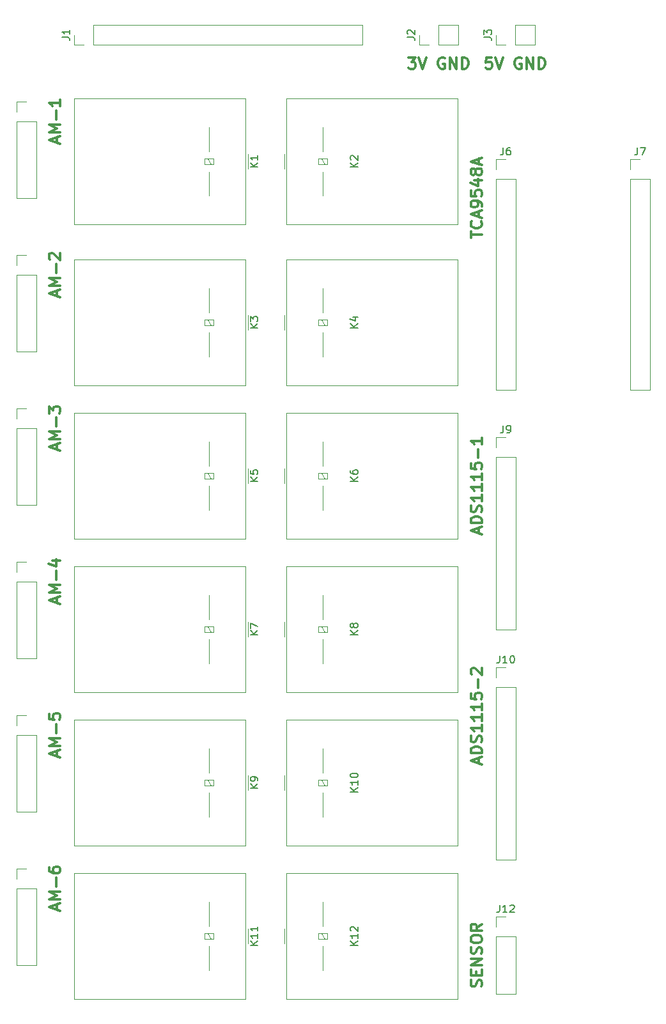
<source format=gbr>
%TF.GenerationSoftware,KiCad,Pcbnew,(6.0.9)*%
%TF.CreationDate,2023-01-05T12:03:17+01:00*%
%TF.ProjectId,BMA,424d412e-6b69-4636-9164-5f7063625858,0.1*%
%TF.SameCoordinates,Original*%
%TF.FileFunction,Legend,Top*%
%TF.FilePolarity,Positive*%
%FSLAX46Y46*%
G04 Gerber Fmt 4.6, Leading zero omitted, Abs format (unit mm)*
G04 Created by KiCad (PCBNEW (6.0.9)) date 2023-01-05 12:03:17*
%MOMM*%
%LPD*%
G01*
G04 APERTURE LIST*
%ADD10C,0.300000*%
%ADD11C,0.150000*%
%ADD12C,0.120000*%
G04 APERTURE END LIST*
D10*
X125980000Y-134591428D02*
X125980000Y-133877142D01*
X126408571Y-134734285D02*
X124908571Y-134234285D01*
X126408571Y-133734285D01*
X126408571Y-133234285D02*
X124908571Y-133234285D01*
X124908571Y-132877142D01*
X124980000Y-132662857D01*
X125122857Y-132520000D01*
X125265714Y-132448571D01*
X125551428Y-132377142D01*
X125765714Y-132377142D01*
X126051428Y-132448571D01*
X126194285Y-132520000D01*
X126337142Y-132662857D01*
X126408571Y-132877142D01*
X126408571Y-133234285D01*
X126337142Y-131805714D02*
X126408571Y-131591428D01*
X126408571Y-131234285D01*
X126337142Y-131091428D01*
X126265714Y-131020000D01*
X126122857Y-130948571D01*
X125980000Y-130948571D01*
X125837142Y-131020000D01*
X125765714Y-131091428D01*
X125694285Y-131234285D01*
X125622857Y-131520000D01*
X125551428Y-131662857D01*
X125480000Y-131734285D01*
X125337142Y-131805714D01*
X125194285Y-131805714D01*
X125051428Y-131734285D01*
X124980000Y-131662857D01*
X124908571Y-131520000D01*
X124908571Y-131162857D01*
X124980000Y-130948571D01*
X126408571Y-129520000D02*
X126408571Y-130377142D01*
X126408571Y-129948571D02*
X124908571Y-129948571D01*
X125122857Y-130091428D01*
X125265714Y-130234285D01*
X125337142Y-130377142D01*
X126408571Y-128091428D02*
X126408571Y-128948571D01*
X126408571Y-128520000D02*
X124908571Y-128520000D01*
X125122857Y-128662857D01*
X125265714Y-128805714D01*
X125337142Y-128948571D01*
X126408571Y-126662857D02*
X126408571Y-127520000D01*
X126408571Y-127091428D02*
X124908571Y-127091428D01*
X125122857Y-127234285D01*
X125265714Y-127377142D01*
X125337142Y-127520000D01*
X124908571Y-125305714D02*
X124908571Y-126020000D01*
X125622857Y-126091428D01*
X125551428Y-126020000D01*
X125480000Y-125877142D01*
X125480000Y-125520000D01*
X125551428Y-125377142D01*
X125622857Y-125305714D01*
X125765714Y-125234285D01*
X126122857Y-125234285D01*
X126265714Y-125305714D01*
X126337142Y-125377142D01*
X126408571Y-125520000D01*
X126408571Y-125877142D01*
X126337142Y-126020000D01*
X126265714Y-126091428D01*
X125837142Y-124591428D02*
X125837142Y-123448571D01*
X126408571Y-121948571D02*
X126408571Y-122805714D01*
X126408571Y-122377142D02*
X124908571Y-122377142D01*
X125122857Y-122520000D01*
X125265714Y-122662857D01*
X125337142Y-122805714D01*
X124908571Y-95491428D02*
X124908571Y-94634285D01*
X126408571Y-95062857D02*
X124908571Y-95062857D01*
X126265714Y-93277142D02*
X126337142Y-93348571D01*
X126408571Y-93562857D01*
X126408571Y-93705714D01*
X126337142Y-93920000D01*
X126194285Y-94062857D01*
X126051428Y-94134285D01*
X125765714Y-94205714D01*
X125551428Y-94205714D01*
X125265714Y-94134285D01*
X125122857Y-94062857D01*
X124980000Y-93920000D01*
X124908571Y-93705714D01*
X124908571Y-93562857D01*
X124980000Y-93348571D01*
X125051428Y-93277142D01*
X125980000Y-92705714D02*
X125980000Y-91991428D01*
X126408571Y-92848571D02*
X124908571Y-92348571D01*
X126408571Y-91848571D01*
X126408571Y-91277142D02*
X126408571Y-90991428D01*
X126337142Y-90848571D01*
X126265714Y-90777142D01*
X126051428Y-90634285D01*
X125765714Y-90562857D01*
X125194285Y-90562857D01*
X125051428Y-90634285D01*
X124980000Y-90705714D01*
X124908571Y-90848571D01*
X124908571Y-91134285D01*
X124980000Y-91277142D01*
X125051428Y-91348571D01*
X125194285Y-91420000D01*
X125551428Y-91420000D01*
X125694285Y-91348571D01*
X125765714Y-91277142D01*
X125837142Y-91134285D01*
X125837142Y-90848571D01*
X125765714Y-90705714D01*
X125694285Y-90634285D01*
X125551428Y-90562857D01*
X124908571Y-89205714D02*
X124908571Y-89920000D01*
X125622857Y-89991428D01*
X125551428Y-89920000D01*
X125480000Y-89777142D01*
X125480000Y-89420000D01*
X125551428Y-89277142D01*
X125622857Y-89205714D01*
X125765714Y-89134285D01*
X126122857Y-89134285D01*
X126265714Y-89205714D01*
X126337142Y-89277142D01*
X126408571Y-89420000D01*
X126408571Y-89777142D01*
X126337142Y-89920000D01*
X126265714Y-89991428D01*
X125408571Y-87848571D02*
X126408571Y-87848571D01*
X124837142Y-88205714D02*
X125908571Y-88562857D01*
X125908571Y-87634285D01*
X125551428Y-86848571D02*
X125480000Y-86991428D01*
X125408571Y-87062857D01*
X125265714Y-87134285D01*
X125194285Y-87134285D01*
X125051428Y-87062857D01*
X124980000Y-86991428D01*
X124908571Y-86848571D01*
X124908571Y-86562857D01*
X124980000Y-86420000D01*
X125051428Y-86348571D01*
X125194285Y-86277142D01*
X125265714Y-86277142D01*
X125408571Y-86348571D01*
X125480000Y-86420000D01*
X125551428Y-86562857D01*
X125551428Y-86848571D01*
X125622857Y-86991428D01*
X125694285Y-87062857D01*
X125837142Y-87134285D01*
X126122857Y-87134285D01*
X126265714Y-87062857D01*
X126337142Y-86991428D01*
X126408571Y-86848571D01*
X126408571Y-86562857D01*
X126337142Y-86420000D01*
X126265714Y-86348571D01*
X126122857Y-86277142D01*
X125837142Y-86277142D01*
X125694285Y-86348571D01*
X125622857Y-86420000D01*
X125551428Y-86562857D01*
X125980000Y-85705714D02*
X125980000Y-84991428D01*
X126408571Y-85848571D02*
X124908571Y-85348571D01*
X126408571Y-84848571D01*
X127667142Y-71568571D02*
X126952857Y-71568571D01*
X126881428Y-72282857D01*
X126952857Y-72211428D01*
X127095714Y-72140000D01*
X127452857Y-72140000D01*
X127595714Y-72211428D01*
X127667142Y-72282857D01*
X127738571Y-72425714D01*
X127738571Y-72782857D01*
X127667142Y-72925714D01*
X127595714Y-72997142D01*
X127452857Y-73068571D01*
X127095714Y-73068571D01*
X126952857Y-72997142D01*
X126881428Y-72925714D01*
X128167142Y-71568571D02*
X128667142Y-73068571D01*
X129167142Y-71568571D01*
X131595714Y-71640000D02*
X131452857Y-71568571D01*
X131238571Y-71568571D01*
X131024285Y-71640000D01*
X130881428Y-71782857D01*
X130810000Y-71925714D01*
X130738571Y-72211428D01*
X130738571Y-72425714D01*
X130810000Y-72711428D01*
X130881428Y-72854285D01*
X131024285Y-72997142D01*
X131238571Y-73068571D01*
X131381428Y-73068571D01*
X131595714Y-72997142D01*
X131667142Y-72925714D01*
X131667142Y-72425714D01*
X131381428Y-72425714D01*
X132310000Y-73068571D02*
X132310000Y-71568571D01*
X133167142Y-73068571D01*
X133167142Y-71568571D01*
X133881428Y-73068571D02*
X133881428Y-71568571D01*
X134238571Y-71568571D01*
X134452857Y-71640000D01*
X134595714Y-71782857D01*
X134667142Y-71925714D01*
X134738571Y-72211428D01*
X134738571Y-72425714D01*
X134667142Y-72711428D01*
X134595714Y-72854285D01*
X134452857Y-72997142D01*
X134238571Y-73068571D01*
X133881428Y-73068571D01*
X70100000Y-103187142D02*
X70100000Y-102472857D01*
X70528571Y-103330000D02*
X69028571Y-102830000D01*
X70528571Y-102330000D01*
X70528571Y-101830000D02*
X69028571Y-101830000D01*
X70100000Y-101330000D01*
X69028571Y-100830000D01*
X70528571Y-100830000D01*
X69957142Y-100115714D02*
X69957142Y-98972857D01*
X69171428Y-98330000D02*
X69100000Y-98258571D01*
X69028571Y-98115714D01*
X69028571Y-97758571D01*
X69100000Y-97615714D01*
X69171428Y-97544285D01*
X69314285Y-97472857D01*
X69457142Y-97472857D01*
X69671428Y-97544285D01*
X70528571Y-98401428D01*
X70528571Y-97472857D01*
X70100000Y-184467142D02*
X70100000Y-183752857D01*
X70528571Y-184610000D02*
X69028571Y-184110000D01*
X70528571Y-183610000D01*
X70528571Y-183110000D02*
X69028571Y-183110000D01*
X70100000Y-182610000D01*
X69028571Y-182110000D01*
X70528571Y-182110000D01*
X69957142Y-181395714D02*
X69957142Y-180252857D01*
X69028571Y-178895714D02*
X69028571Y-179181428D01*
X69100000Y-179324285D01*
X69171428Y-179395714D01*
X69385714Y-179538571D01*
X69671428Y-179610000D01*
X70242857Y-179610000D01*
X70385714Y-179538571D01*
X70457142Y-179467142D01*
X70528571Y-179324285D01*
X70528571Y-179038571D01*
X70457142Y-178895714D01*
X70385714Y-178824285D01*
X70242857Y-178752857D01*
X69885714Y-178752857D01*
X69742857Y-178824285D01*
X69671428Y-178895714D01*
X69600000Y-179038571D01*
X69600000Y-179324285D01*
X69671428Y-179467142D01*
X69742857Y-179538571D01*
X69885714Y-179610000D01*
X70100000Y-143827142D02*
X70100000Y-143112857D01*
X70528571Y-143970000D02*
X69028571Y-143470000D01*
X70528571Y-142970000D01*
X70528571Y-142470000D02*
X69028571Y-142470000D01*
X70100000Y-141970000D01*
X69028571Y-141470000D01*
X70528571Y-141470000D01*
X69957142Y-140755714D02*
X69957142Y-139612857D01*
X69528571Y-138255714D02*
X70528571Y-138255714D01*
X68957142Y-138612857D02*
X70028571Y-138970000D01*
X70028571Y-138041428D01*
X125980000Y-165071428D02*
X125980000Y-164357142D01*
X126408571Y-165214285D02*
X124908571Y-164714285D01*
X126408571Y-164214285D01*
X126408571Y-163714285D02*
X124908571Y-163714285D01*
X124908571Y-163357142D01*
X124980000Y-163142857D01*
X125122857Y-163000000D01*
X125265714Y-162928571D01*
X125551428Y-162857142D01*
X125765714Y-162857142D01*
X126051428Y-162928571D01*
X126194285Y-163000000D01*
X126337142Y-163142857D01*
X126408571Y-163357142D01*
X126408571Y-163714285D01*
X126337142Y-162285714D02*
X126408571Y-162071428D01*
X126408571Y-161714285D01*
X126337142Y-161571428D01*
X126265714Y-161500000D01*
X126122857Y-161428571D01*
X125980000Y-161428571D01*
X125837142Y-161500000D01*
X125765714Y-161571428D01*
X125694285Y-161714285D01*
X125622857Y-162000000D01*
X125551428Y-162142857D01*
X125480000Y-162214285D01*
X125337142Y-162285714D01*
X125194285Y-162285714D01*
X125051428Y-162214285D01*
X124980000Y-162142857D01*
X124908571Y-162000000D01*
X124908571Y-161642857D01*
X124980000Y-161428571D01*
X126408571Y-160000000D02*
X126408571Y-160857142D01*
X126408571Y-160428571D02*
X124908571Y-160428571D01*
X125122857Y-160571428D01*
X125265714Y-160714285D01*
X125337142Y-160857142D01*
X126408571Y-158571428D02*
X126408571Y-159428571D01*
X126408571Y-159000000D02*
X124908571Y-159000000D01*
X125122857Y-159142857D01*
X125265714Y-159285714D01*
X125337142Y-159428571D01*
X126408571Y-157142857D02*
X126408571Y-158000000D01*
X126408571Y-157571428D02*
X124908571Y-157571428D01*
X125122857Y-157714285D01*
X125265714Y-157857142D01*
X125337142Y-158000000D01*
X124908571Y-155785714D02*
X124908571Y-156500000D01*
X125622857Y-156571428D01*
X125551428Y-156500000D01*
X125480000Y-156357142D01*
X125480000Y-156000000D01*
X125551428Y-155857142D01*
X125622857Y-155785714D01*
X125765714Y-155714285D01*
X126122857Y-155714285D01*
X126265714Y-155785714D01*
X126337142Y-155857142D01*
X126408571Y-156000000D01*
X126408571Y-156357142D01*
X126337142Y-156500000D01*
X126265714Y-156571428D01*
X125837142Y-155071428D02*
X125837142Y-153928571D01*
X125051428Y-153285714D02*
X124980000Y-153214285D01*
X124908571Y-153071428D01*
X124908571Y-152714285D01*
X124980000Y-152571428D01*
X125051428Y-152500000D01*
X125194285Y-152428571D01*
X125337142Y-152428571D01*
X125551428Y-152500000D01*
X126408571Y-153357142D01*
X126408571Y-152428571D01*
X70100000Y-123507142D02*
X70100000Y-122792857D01*
X70528571Y-123650000D02*
X69028571Y-123150000D01*
X70528571Y-122650000D01*
X70528571Y-122150000D02*
X69028571Y-122150000D01*
X70100000Y-121650000D01*
X69028571Y-121150000D01*
X70528571Y-121150000D01*
X69957142Y-120435714D02*
X69957142Y-119292857D01*
X69028571Y-118721428D02*
X69028571Y-117792857D01*
X69600000Y-118292857D01*
X69600000Y-118078571D01*
X69671428Y-117935714D01*
X69742857Y-117864285D01*
X69885714Y-117792857D01*
X70242857Y-117792857D01*
X70385714Y-117864285D01*
X70457142Y-117935714D01*
X70528571Y-118078571D01*
X70528571Y-118507142D01*
X70457142Y-118650000D01*
X70385714Y-118721428D01*
X70100000Y-82867142D02*
X70100000Y-82152857D01*
X70528571Y-83010000D02*
X69028571Y-82510000D01*
X70528571Y-82010000D01*
X70528571Y-81510000D02*
X69028571Y-81510000D01*
X70100000Y-81010000D01*
X69028571Y-80510000D01*
X70528571Y-80510000D01*
X69957142Y-79795714D02*
X69957142Y-78652857D01*
X70528571Y-77152857D02*
X70528571Y-78010000D01*
X70528571Y-77581428D02*
X69028571Y-77581428D01*
X69242857Y-77724285D01*
X69385714Y-77867142D01*
X69457142Y-78010000D01*
X70100000Y-164147142D02*
X70100000Y-163432857D01*
X70528571Y-164290000D02*
X69028571Y-163790000D01*
X70528571Y-163290000D01*
X70528571Y-162790000D02*
X69028571Y-162790000D01*
X70100000Y-162290000D01*
X69028571Y-161790000D01*
X70528571Y-161790000D01*
X69957142Y-161075714D02*
X69957142Y-159932857D01*
X69028571Y-158504285D02*
X69028571Y-159218571D01*
X69742857Y-159290000D01*
X69671428Y-159218571D01*
X69600000Y-159075714D01*
X69600000Y-158718571D01*
X69671428Y-158575714D01*
X69742857Y-158504285D01*
X69885714Y-158432857D01*
X70242857Y-158432857D01*
X70385714Y-158504285D01*
X70457142Y-158575714D01*
X70528571Y-158718571D01*
X70528571Y-159075714D01*
X70457142Y-159218571D01*
X70385714Y-159290000D01*
X126337142Y-194642857D02*
X126408571Y-194428571D01*
X126408571Y-194071428D01*
X126337142Y-193928571D01*
X126265714Y-193857142D01*
X126122857Y-193785714D01*
X125980000Y-193785714D01*
X125837142Y-193857142D01*
X125765714Y-193928571D01*
X125694285Y-194071428D01*
X125622857Y-194357142D01*
X125551428Y-194500000D01*
X125480000Y-194571428D01*
X125337142Y-194642857D01*
X125194285Y-194642857D01*
X125051428Y-194571428D01*
X124980000Y-194500000D01*
X124908571Y-194357142D01*
X124908571Y-194000000D01*
X124980000Y-193785714D01*
X125622857Y-193142857D02*
X125622857Y-192642857D01*
X126408571Y-192428571D02*
X126408571Y-193142857D01*
X124908571Y-193142857D01*
X124908571Y-192428571D01*
X126408571Y-191785714D02*
X124908571Y-191785714D01*
X126408571Y-190928571D01*
X124908571Y-190928571D01*
X126337142Y-190285714D02*
X126408571Y-190071428D01*
X126408571Y-189714285D01*
X126337142Y-189571428D01*
X126265714Y-189500000D01*
X126122857Y-189428571D01*
X125980000Y-189428571D01*
X125837142Y-189500000D01*
X125765714Y-189571428D01*
X125694285Y-189714285D01*
X125622857Y-190000000D01*
X125551428Y-190142857D01*
X125480000Y-190214285D01*
X125337142Y-190285714D01*
X125194285Y-190285714D01*
X125051428Y-190214285D01*
X124980000Y-190142857D01*
X124908571Y-190000000D01*
X124908571Y-189642857D01*
X124980000Y-189428571D01*
X124908571Y-188500000D02*
X124908571Y-188214285D01*
X124980000Y-188071428D01*
X125122857Y-187928571D01*
X125408571Y-187857142D01*
X125908571Y-187857142D01*
X126194285Y-187928571D01*
X126337142Y-188071428D01*
X126408571Y-188214285D01*
X126408571Y-188500000D01*
X126337142Y-188642857D01*
X126194285Y-188785714D01*
X125908571Y-188857142D01*
X125408571Y-188857142D01*
X125122857Y-188785714D01*
X124980000Y-188642857D01*
X124908571Y-188500000D01*
X126408571Y-186357142D02*
X125694285Y-186857142D01*
X126408571Y-187214285D02*
X124908571Y-187214285D01*
X124908571Y-186642857D01*
X124980000Y-186500000D01*
X125051428Y-186428571D01*
X125194285Y-186357142D01*
X125408571Y-186357142D01*
X125551428Y-186428571D01*
X125622857Y-186500000D01*
X125694285Y-186642857D01*
X125694285Y-187214285D01*
X116650000Y-71568571D02*
X117578571Y-71568571D01*
X117078571Y-72140000D01*
X117292857Y-72140000D01*
X117435714Y-72211428D01*
X117507142Y-72282857D01*
X117578571Y-72425714D01*
X117578571Y-72782857D01*
X117507142Y-72925714D01*
X117435714Y-72997142D01*
X117292857Y-73068571D01*
X116864285Y-73068571D01*
X116721428Y-72997142D01*
X116650000Y-72925714D01*
X118007142Y-71568571D02*
X118507142Y-73068571D01*
X119007142Y-71568571D01*
X121435714Y-71640000D02*
X121292857Y-71568571D01*
X121078571Y-71568571D01*
X120864285Y-71640000D01*
X120721428Y-71782857D01*
X120650000Y-71925714D01*
X120578571Y-72211428D01*
X120578571Y-72425714D01*
X120650000Y-72711428D01*
X120721428Y-72854285D01*
X120864285Y-72997142D01*
X121078571Y-73068571D01*
X121221428Y-73068571D01*
X121435714Y-72997142D01*
X121507142Y-72925714D01*
X121507142Y-72425714D01*
X121221428Y-72425714D01*
X122150000Y-73068571D02*
X122150000Y-71568571D01*
X123007142Y-73068571D01*
X123007142Y-71568571D01*
X123721428Y-73068571D02*
X123721428Y-71568571D01*
X124078571Y-71568571D01*
X124292857Y-71640000D01*
X124435714Y-71782857D01*
X124507142Y-71925714D01*
X124578571Y-72211428D01*
X124578571Y-72425714D01*
X124507142Y-72711428D01*
X124435714Y-72854285D01*
X124292857Y-72997142D01*
X124078571Y-73068571D01*
X123721428Y-73068571D01*
D11*
%TO.C,J7*%
X146986666Y-83482380D02*
X146986666Y-84196666D01*
X146939047Y-84339523D01*
X146843809Y-84434761D01*
X146700952Y-84482380D01*
X146605714Y-84482380D01*
X147367619Y-83482380D02*
X148034285Y-83482380D01*
X147605714Y-84482380D01*
%TO.C,K4*%
X109944880Y-107418095D02*
X108944880Y-107418095D01*
X109944880Y-106846666D02*
X109373452Y-107275238D01*
X108944880Y-106846666D02*
X109516309Y-107418095D01*
X109278214Y-105989523D02*
X109944880Y-105989523D01*
X108897261Y-106227619D02*
X109611547Y-106465714D01*
X109611547Y-105846666D01*
%TO.C,J2*%
X116502380Y-68913333D02*
X117216666Y-68913333D01*
X117359523Y-68960952D01*
X117454761Y-69056190D01*
X117502380Y-69199047D01*
X117502380Y-69294285D01*
X116597619Y-68484761D02*
X116550000Y-68437142D01*
X116502380Y-68341904D01*
X116502380Y-68103809D01*
X116550000Y-68008571D01*
X116597619Y-67960952D01*
X116692857Y-67913333D01*
X116788095Y-67913333D01*
X116930952Y-67960952D01*
X117502380Y-68532380D01*
X117502380Y-67913333D01*
%TO.C,K11*%
X96699880Y-189174285D02*
X95699880Y-189174285D01*
X96699880Y-188602857D02*
X96128452Y-189031428D01*
X95699880Y-188602857D02*
X96271309Y-189174285D01*
X96699880Y-187650476D02*
X96699880Y-188221904D01*
X96699880Y-187936190D02*
X95699880Y-187936190D01*
X95842738Y-188031428D01*
X95937976Y-188126666D01*
X95985595Y-188221904D01*
X96699880Y-186698095D02*
X96699880Y-187269523D01*
X96699880Y-186983809D02*
X95699880Y-186983809D01*
X95842738Y-187079047D01*
X95937976Y-187174285D01*
X95985595Y-187269523D01*
%TO.C,K12*%
X109944880Y-189174285D02*
X108944880Y-189174285D01*
X109944880Y-188602857D02*
X109373452Y-189031428D01*
X108944880Y-188602857D02*
X109516309Y-189174285D01*
X109944880Y-187650476D02*
X109944880Y-188221904D01*
X109944880Y-187936190D02*
X108944880Y-187936190D01*
X109087738Y-188031428D01*
X109182976Y-188126666D01*
X109230595Y-188221904D01*
X109040119Y-187269523D02*
X108992500Y-187221904D01*
X108944880Y-187126666D01*
X108944880Y-186888571D01*
X108992500Y-186793333D01*
X109040119Y-186745714D01*
X109135357Y-186698095D01*
X109230595Y-186698095D01*
X109373452Y-186745714D01*
X109944880Y-187317142D01*
X109944880Y-186698095D01*
%TO.C,J6*%
X129206666Y-83482380D02*
X129206666Y-84196666D01*
X129159047Y-84339523D01*
X129063809Y-84434761D01*
X128920952Y-84482380D01*
X128825714Y-84482380D01*
X130111428Y-83482380D02*
X129920952Y-83482380D01*
X129825714Y-83530000D01*
X129778095Y-83577619D01*
X129682857Y-83720476D01*
X129635238Y-83910952D01*
X129635238Y-84291904D01*
X129682857Y-84387142D01*
X129730476Y-84434761D01*
X129825714Y-84482380D01*
X130016190Y-84482380D01*
X130111428Y-84434761D01*
X130159047Y-84387142D01*
X130206666Y-84291904D01*
X130206666Y-84053809D01*
X130159047Y-83958571D01*
X130111428Y-83910952D01*
X130016190Y-83863333D01*
X129825714Y-83863333D01*
X129730476Y-83910952D01*
X129682857Y-83958571D01*
X129635238Y-84053809D01*
%TO.C,K1*%
X96699880Y-86090595D02*
X95699880Y-86090595D01*
X96699880Y-85519166D02*
X96128452Y-85947738D01*
X95699880Y-85519166D02*
X96271309Y-86090595D01*
X96699880Y-84566785D02*
X96699880Y-85138214D01*
X96699880Y-84852500D02*
X95699880Y-84852500D01*
X95842738Y-84947738D01*
X95937976Y-85042976D01*
X95985595Y-85138214D01*
%TO.C,K3*%
X96699880Y-107418095D02*
X95699880Y-107418095D01*
X96699880Y-106846666D02*
X96128452Y-107275238D01*
X95699880Y-106846666D02*
X96271309Y-107418095D01*
X95699880Y-106513333D02*
X95699880Y-105894285D01*
X96080833Y-106227619D01*
X96080833Y-106084761D01*
X96128452Y-105989523D01*
X96176071Y-105941904D01*
X96271309Y-105894285D01*
X96509404Y-105894285D01*
X96604642Y-105941904D01*
X96652261Y-105989523D01*
X96699880Y-106084761D01*
X96699880Y-106370476D01*
X96652261Y-106465714D01*
X96604642Y-106513333D01*
%TO.C,K9*%
X96699880Y-168378095D02*
X95699880Y-168378095D01*
X96699880Y-167806666D02*
X96128452Y-168235238D01*
X95699880Y-167806666D02*
X96271309Y-168378095D01*
X96699880Y-167330476D02*
X96699880Y-167140000D01*
X96652261Y-167044761D01*
X96604642Y-166997142D01*
X96461785Y-166901904D01*
X96271309Y-166854285D01*
X95890357Y-166854285D01*
X95795119Y-166901904D01*
X95747500Y-166949523D01*
X95699880Y-167044761D01*
X95699880Y-167235238D01*
X95747500Y-167330476D01*
X95795119Y-167378095D01*
X95890357Y-167425714D01*
X96128452Y-167425714D01*
X96223690Y-167378095D01*
X96271309Y-167330476D01*
X96318928Y-167235238D01*
X96318928Y-167044761D01*
X96271309Y-166949523D01*
X96223690Y-166901904D01*
X96128452Y-166854285D01*
%TO.C,J12*%
X128730476Y-183822380D02*
X128730476Y-184536666D01*
X128682857Y-184679523D01*
X128587619Y-184774761D01*
X128444761Y-184822380D01*
X128349523Y-184822380D01*
X129730476Y-184822380D02*
X129159047Y-184822380D01*
X129444761Y-184822380D02*
X129444761Y-183822380D01*
X129349523Y-183965238D01*
X129254285Y-184060476D01*
X129159047Y-184108095D01*
X130111428Y-183917619D02*
X130159047Y-183870000D01*
X130254285Y-183822380D01*
X130492380Y-183822380D01*
X130587619Y-183870000D01*
X130635238Y-183917619D01*
X130682857Y-184012857D01*
X130682857Y-184108095D01*
X130635238Y-184250952D01*
X130063809Y-184822380D01*
X130682857Y-184822380D01*
%TO.C,K6*%
X109944880Y-127738095D02*
X108944880Y-127738095D01*
X109944880Y-127166666D02*
X109373452Y-127595238D01*
X108944880Y-127166666D02*
X109516309Y-127738095D01*
X108944880Y-126309523D02*
X108944880Y-126500000D01*
X108992500Y-126595238D01*
X109040119Y-126642857D01*
X109182976Y-126738095D01*
X109373452Y-126785714D01*
X109754404Y-126785714D01*
X109849642Y-126738095D01*
X109897261Y-126690476D01*
X109944880Y-126595238D01*
X109944880Y-126404761D01*
X109897261Y-126309523D01*
X109849642Y-126261904D01*
X109754404Y-126214285D01*
X109516309Y-126214285D01*
X109421071Y-126261904D01*
X109373452Y-126309523D01*
X109325833Y-126404761D01*
X109325833Y-126595238D01*
X109373452Y-126690476D01*
X109421071Y-126738095D01*
X109516309Y-126785714D01*
%TO.C,J9*%
X129206666Y-120317380D02*
X129206666Y-121031666D01*
X129159047Y-121174523D01*
X129063809Y-121269761D01*
X128920952Y-121317380D01*
X128825714Y-121317380D01*
X129730476Y-121317380D02*
X129920952Y-121317380D01*
X130016190Y-121269761D01*
X130063809Y-121222142D01*
X130159047Y-121079285D01*
X130206666Y-120888809D01*
X130206666Y-120507857D01*
X130159047Y-120412619D01*
X130111428Y-120365000D01*
X130016190Y-120317380D01*
X129825714Y-120317380D01*
X129730476Y-120365000D01*
X129682857Y-120412619D01*
X129635238Y-120507857D01*
X129635238Y-120745952D01*
X129682857Y-120841190D01*
X129730476Y-120888809D01*
X129825714Y-120936428D01*
X130016190Y-120936428D01*
X130111428Y-120888809D01*
X130159047Y-120841190D01*
X130206666Y-120745952D01*
%TO.C,K7*%
X96699880Y-148058095D02*
X95699880Y-148058095D01*
X96699880Y-147486666D02*
X96128452Y-147915238D01*
X95699880Y-147486666D02*
X96271309Y-148058095D01*
X95699880Y-147153333D02*
X95699880Y-146486666D01*
X96699880Y-146915238D01*
%TO.C,J1*%
X70782380Y-68913333D02*
X71496666Y-68913333D01*
X71639523Y-68960952D01*
X71734761Y-69056190D01*
X71782380Y-69199047D01*
X71782380Y-69294285D01*
X71782380Y-67913333D02*
X71782380Y-68484761D01*
X71782380Y-68199047D02*
X70782380Y-68199047D01*
X70925238Y-68294285D01*
X71020476Y-68389523D01*
X71068095Y-68484761D01*
%TO.C,K10*%
X109944880Y-168854285D02*
X108944880Y-168854285D01*
X109944880Y-168282857D02*
X109373452Y-168711428D01*
X108944880Y-168282857D02*
X109516309Y-168854285D01*
X109944880Y-167330476D02*
X109944880Y-167901904D01*
X109944880Y-167616190D02*
X108944880Y-167616190D01*
X109087738Y-167711428D01*
X109182976Y-167806666D01*
X109230595Y-167901904D01*
X108944880Y-166711428D02*
X108944880Y-166616190D01*
X108992500Y-166520952D01*
X109040119Y-166473333D01*
X109135357Y-166425714D01*
X109325833Y-166378095D01*
X109563928Y-166378095D01*
X109754404Y-166425714D01*
X109849642Y-166473333D01*
X109897261Y-166520952D01*
X109944880Y-166616190D01*
X109944880Y-166711428D01*
X109897261Y-166806666D01*
X109849642Y-166854285D01*
X109754404Y-166901904D01*
X109563928Y-166949523D01*
X109325833Y-166949523D01*
X109135357Y-166901904D01*
X109040119Y-166854285D01*
X108992500Y-166806666D01*
X108944880Y-166711428D01*
%TO.C,J3*%
X126662380Y-68913333D02*
X127376666Y-68913333D01*
X127519523Y-68960952D01*
X127614761Y-69056190D01*
X127662380Y-69199047D01*
X127662380Y-69294285D01*
X126662380Y-68532380D02*
X126662380Y-67913333D01*
X127043333Y-68246666D01*
X127043333Y-68103809D01*
X127090952Y-68008571D01*
X127138571Y-67960952D01*
X127233809Y-67913333D01*
X127471904Y-67913333D01*
X127567142Y-67960952D01*
X127614761Y-68008571D01*
X127662380Y-68103809D01*
X127662380Y-68389523D01*
X127614761Y-68484761D01*
X127567142Y-68532380D01*
%TO.C,J10*%
X128730476Y-150797380D02*
X128730476Y-151511666D01*
X128682857Y-151654523D01*
X128587619Y-151749761D01*
X128444761Y-151797380D01*
X128349523Y-151797380D01*
X129730476Y-151797380D02*
X129159047Y-151797380D01*
X129444761Y-151797380D02*
X129444761Y-150797380D01*
X129349523Y-150940238D01*
X129254285Y-151035476D01*
X129159047Y-151083095D01*
X130349523Y-150797380D02*
X130444761Y-150797380D01*
X130540000Y-150845000D01*
X130587619Y-150892619D01*
X130635238Y-150987857D01*
X130682857Y-151178333D01*
X130682857Y-151416428D01*
X130635238Y-151606904D01*
X130587619Y-151702142D01*
X130540000Y-151749761D01*
X130444761Y-151797380D01*
X130349523Y-151797380D01*
X130254285Y-151749761D01*
X130206666Y-151702142D01*
X130159047Y-151606904D01*
X130111428Y-151416428D01*
X130111428Y-151178333D01*
X130159047Y-150987857D01*
X130206666Y-150892619D01*
X130254285Y-150845000D01*
X130349523Y-150797380D01*
%TO.C,K5*%
X96699880Y-127738095D02*
X95699880Y-127738095D01*
X96699880Y-127166666D02*
X96128452Y-127595238D01*
X95699880Y-127166666D02*
X96271309Y-127738095D01*
X95699880Y-126261904D02*
X95699880Y-126738095D01*
X96176071Y-126785714D01*
X96128452Y-126738095D01*
X96080833Y-126642857D01*
X96080833Y-126404761D01*
X96128452Y-126309523D01*
X96176071Y-126261904D01*
X96271309Y-126214285D01*
X96509404Y-126214285D01*
X96604642Y-126261904D01*
X96652261Y-126309523D01*
X96699880Y-126404761D01*
X96699880Y-126642857D01*
X96652261Y-126738095D01*
X96604642Y-126785714D01*
%TO.C,K2*%
X109944880Y-86090595D02*
X108944880Y-86090595D01*
X109944880Y-85519166D02*
X109373452Y-85947738D01*
X108944880Y-85519166D02*
X109516309Y-86090595D01*
X109040119Y-85138214D02*
X108992500Y-85090595D01*
X108944880Y-84995357D01*
X108944880Y-84757261D01*
X108992500Y-84662023D01*
X109040119Y-84614404D01*
X109135357Y-84566785D01*
X109230595Y-84566785D01*
X109373452Y-84614404D01*
X109944880Y-85185833D01*
X109944880Y-84566785D01*
%TO.C,K8*%
X109944880Y-148058095D02*
X108944880Y-148058095D01*
X109944880Y-147486666D02*
X109373452Y-147915238D01*
X108944880Y-147486666D02*
X109516309Y-148058095D01*
X109373452Y-146915238D02*
X109325833Y-147010476D01*
X109278214Y-147058095D01*
X109182976Y-147105714D01*
X109135357Y-147105714D01*
X109040119Y-147058095D01*
X108992500Y-147010476D01*
X108944880Y-146915238D01*
X108944880Y-146724761D01*
X108992500Y-146629523D01*
X109040119Y-146581904D01*
X109135357Y-146534285D01*
X109182976Y-146534285D01*
X109278214Y-146581904D01*
X109325833Y-146629523D01*
X109373452Y-146724761D01*
X109373452Y-146915238D01*
X109421071Y-147010476D01*
X109468690Y-147058095D01*
X109563928Y-147105714D01*
X109754404Y-147105714D01*
X109849642Y-147058095D01*
X109897261Y-147010476D01*
X109944880Y-146915238D01*
X109944880Y-146724761D01*
X109897261Y-146629523D01*
X109849642Y-146581904D01*
X109754404Y-146534285D01*
X109563928Y-146534285D01*
X109468690Y-146581904D01*
X109421071Y-146629523D01*
X109373452Y-146724761D01*
D12*
%TO.C,J7*%
X145990000Y-87630000D02*
X145990000Y-115630000D01*
X145990000Y-85030000D02*
X147320000Y-85030000D01*
X145990000Y-86360000D02*
X145990000Y-85030000D01*
X148650000Y-87630000D02*
X148650000Y-115630000D01*
X145990000Y-87630000D02*
X148650000Y-87630000D01*
X145990000Y-115630000D02*
X148650000Y-115630000D01*
%TO.C,J5*%
X64710000Y-100330000D02*
X64710000Y-110550000D01*
X64710000Y-110550000D02*
X67370000Y-110550000D01*
X64710000Y-100330000D02*
X67370000Y-100330000D01*
X67370000Y-100330000D02*
X67370000Y-110550000D01*
X64710000Y-97730000D02*
X66040000Y-97730000D01*
X64710000Y-99060000D02*
X64710000Y-97730000D01*
%TO.C,K4*%
X105532500Y-107030000D02*
X105132500Y-106330000D01*
X100222500Y-107680000D02*
X100222500Y-105680000D01*
X104732500Y-107030000D02*
X105932500Y-107030000D01*
X123182500Y-98330000D02*
X100482500Y-98330000D01*
X105932500Y-107030000D02*
X105932500Y-106330000D01*
X105332500Y-105330000D02*
X105332500Y-102180000D01*
X105932500Y-106330000D02*
X104732500Y-106330000D01*
X100482500Y-98330000D02*
X100482500Y-115030000D01*
X104732500Y-106330000D02*
X104732500Y-107030000D01*
X100482500Y-115030000D02*
X123182500Y-115030000D01*
X123182500Y-115030000D02*
X123182500Y-98330000D01*
X105332500Y-111180000D02*
X105332500Y-108030000D01*
%TO.C,J2*%
X123250000Y-69910000D02*
X123250000Y-67250000D01*
X119380000Y-69910000D02*
X118050000Y-69910000D01*
X120650000Y-67250000D02*
X123250000Y-67250000D01*
X118050000Y-69910000D02*
X118050000Y-68580000D01*
X120650000Y-69910000D02*
X120650000Y-67250000D01*
X120650000Y-69910000D02*
X123250000Y-69910000D01*
%TO.C,J11*%
X64710000Y-140970000D02*
X67370000Y-140970000D01*
X64710000Y-140970000D02*
X64710000Y-151190000D01*
X64710000Y-151190000D02*
X67370000Y-151190000D01*
X64710000Y-139700000D02*
X64710000Y-138370000D01*
X67370000Y-140970000D02*
X67370000Y-151190000D01*
X64710000Y-138370000D02*
X66040000Y-138370000D01*
%TO.C,K11*%
X90847500Y-188310000D02*
X90847500Y-187610000D01*
X90847500Y-187610000D02*
X89647500Y-187610000D01*
X72397500Y-196310000D02*
X95097500Y-196310000D01*
X89647500Y-188310000D02*
X90847500Y-188310000D01*
X95357500Y-186960000D02*
X95357500Y-188960000D01*
X72397500Y-179610000D02*
X72397500Y-196310000D01*
X95097500Y-179610000D02*
X72397500Y-179610000D01*
X90247500Y-189310000D02*
X90247500Y-192460000D01*
X89647500Y-187610000D02*
X89647500Y-188310000D01*
X95097500Y-196310000D02*
X95097500Y-179610000D01*
X90047500Y-187610000D02*
X90447500Y-188310000D01*
X90247500Y-183460000D02*
X90247500Y-186610000D01*
%TO.C,J4*%
X67370000Y-80010000D02*
X67370000Y-90230000D01*
X64710000Y-80010000D02*
X67370000Y-80010000D01*
X64710000Y-80010000D02*
X64710000Y-90230000D01*
X64710000Y-77410000D02*
X66040000Y-77410000D01*
X64710000Y-90230000D02*
X67370000Y-90230000D01*
X64710000Y-78740000D02*
X64710000Y-77410000D01*
%TO.C,K12*%
X100482500Y-179610000D02*
X100482500Y-196310000D01*
X123182500Y-196310000D02*
X123182500Y-179610000D01*
X105332500Y-192460000D02*
X105332500Y-189310000D01*
X104732500Y-188310000D02*
X105932500Y-188310000D01*
X100482500Y-196310000D02*
X123182500Y-196310000D01*
X100222500Y-188960000D02*
X100222500Y-186960000D01*
X105532500Y-188310000D02*
X105132500Y-187610000D01*
X105932500Y-187610000D02*
X104732500Y-187610000D01*
X105332500Y-186610000D02*
X105332500Y-183460000D01*
X105932500Y-188310000D02*
X105932500Y-187610000D01*
X104732500Y-187610000D02*
X104732500Y-188310000D01*
X123182500Y-179610000D02*
X100482500Y-179610000D01*
%TO.C,J8*%
X67370000Y-120650000D02*
X67370000Y-130870000D01*
X64710000Y-130870000D02*
X67370000Y-130870000D01*
X64710000Y-118050000D02*
X66040000Y-118050000D01*
X64710000Y-120650000D02*
X64710000Y-130870000D01*
X64710000Y-120650000D02*
X67370000Y-120650000D01*
X64710000Y-119380000D02*
X64710000Y-118050000D01*
%TO.C,J6*%
X128210000Y-85030000D02*
X129540000Y-85030000D01*
X128210000Y-115630000D02*
X130870000Y-115630000D01*
X128210000Y-87630000D02*
X128210000Y-115630000D01*
X130870000Y-87630000D02*
X130870000Y-115630000D01*
X128210000Y-87630000D02*
X130870000Y-87630000D01*
X128210000Y-86360000D02*
X128210000Y-85030000D01*
%TO.C,K1*%
X90247500Y-86702500D02*
X90247500Y-89852500D01*
X95357500Y-84352500D02*
X95357500Y-86352500D01*
X95097500Y-77002500D02*
X72397500Y-77002500D01*
X90047500Y-85002500D02*
X90447500Y-85702500D01*
X72397500Y-93702500D02*
X95097500Y-93702500D01*
X90247500Y-80852500D02*
X90247500Y-84002500D01*
X72397500Y-77002500D02*
X72397500Y-93702500D01*
X89647500Y-85002500D02*
X89647500Y-85702500D01*
X95097500Y-93702500D02*
X95097500Y-77002500D01*
X90847500Y-85002500D02*
X89647500Y-85002500D01*
X89647500Y-85702500D02*
X90847500Y-85702500D01*
X90847500Y-85702500D02*
X90847500Y-85002500D01*
%TO.C,K3*%
X72397500Y-115030000D02*
X95097500Y-115030000D01*
X72397500Y-98330000D02*
X72397500Y-115030000D01*
X95097500Y-98330000D02*
X72397500Y-98330000D01*
X89647500Y-106330000D02*
X89647500Y-107030000D01*
X90847500Y-106330000D02*
X89647500Y-106330000D01*
X90847500Y-107030000D02*
X90847500Y-106330000D01*
X90247500Y-108030000D02*
X90247500Y-111180000D01*
X95357500Y-105680000D02*
X95357500Y-107680000D01*
X90247500Y-102180000D02*
X90247500Y-105330000D01*
X90047500Y-106330000D02*
X90447500Y-107030000D01*
X89647500Y-107030000D02*
X90847500Y-107030000D01*
X95097500Y-115030000D02*
X95097500Y-98330000D01*
%TO.C,K9*%
X89647500Y-167290000D02*
X89647500Y-167990000D01*
X72397500Y-159290000D02*
X72397500Y-175990000D01*
X95097500Y-175990000D02*
X95097500Y-159290000D01*
X89647500Y-167990000D02*
X90847500Y-167990000D01*
X90247500Y-168990000D02*
X90247500Y-172140000D01*
X90847500Y-167290000D02*
X89647500Y-167290000D01*
X95357500Y-166640000D02*
X95357500Y-168640000D01*
X90047500Y-167290000D02*
X90447500Y-167990000D01*
X95097500Y-159290000D02*
X72397500Y-159290000D01*
X90847500Y-167990000D02*
X90847500Y-167290000D01*
X72397500Y-175990000D02*
X95097500Y-175990000D01*
X90247500Y-163140000D02*
X90247500Y-166290000D01*
%TO.C,J12*%
X128210000Y-187970000D02*
X128210000Y-195650000D01*
X128210000Y-187970000D02*
X130870000Y-187970000D01*
X128210000Y-195650000D02*
X130870000Y-195650000D01*
X128210000Y-185370000D02*
X129540000Y-185370000D01*
X130870000Y-187970000D02*
X130870000Y-195650000D01*
X128210000Y-186700000D02*
X128210000Y-185370000D01*
%TO.C,K6*%
X105932500Y-127350000D02*
X105932500Y-126650000D01*
X100482500Y-118650000D02*
X100482500Y-135350000D01*
X105532500Y-127350000D02*
X105132500Y-126650000D01*
X104732500Y-126650000D02*
X104732500Y-127350000D01*
X104732500Y-127350000D02*
X105932500Y-127350000D01*
X123182500Y-135350000D02*
X123182500Y-118650000D01*
X100482500Y-135350000D02*
X123182500Y-135350000D01*
X123182500Y-118650000D02*
X100482500Y-118650000D01*
X100222500Y-128000000D02*
X100222500Y-126000000D01*
X105332500Y-131500000D02*
X105332500Y-128350000D01*
X105932500Y-126650000D02*
X104732500Y-126650000D01*
X105332500Y-125650000D02*
X105332500Y-122500000D01*
%TO.C,J9*%
X128210000Y-123195000D02*
X128210000Y-121865000D01*
X128210000Y-124465000D02*
X130870000Y-124465000D01*
X128210000Y-124465000D02*
X128210000Y-147385000D01*
X128210000Y-121865000D02*
X129540000Y-121865000D01*
X128210000Y-147385000D02*
X130870000Y-147385000D01*
X130870000Y-124465000D02*
X130870000Y-147385000D01*
%TO.C,K7*%
X90247500Y-142820000D02*
X90247500Y-145970000D01*
X89647500Y-146970000D02*
X89647500Y-147670000D01*
X90847500Y-147670000D02*
X90847500Y-146970000D01*
X95097500Y-138970000D02*
X72397500Y-138970000D01*
X95097500Y-155670000D02*
X95097500Y-138970000D01*
X95357500Y-146320000D02*
X95357500Y-148320000D01*
X90247500Y-148670000D02*
X90247500Y-151820000D01*
X72397500Y-155670000D02*
X95097500Y-155670000D01*
X90047500Y-146970000D02*
X90447500Y-147670000D01*
X72397500Y-138970000D02*
X72397500Y-155670000D01*
X89647500Y-147670000D02*
X90847500Y-147670000D01*
X90847500Y-146970000D02*
X89647500Y-146970000D01*
%TO.C,J13*%
X64710000Y-160020000D02*
X64710000Y-158690000D01*
X64710000Y-161290000D02*
X64710000Y-171510000D01*
X67370000Y-161290000D02*
X67370000Y-171510000D01*
X64710000Y-171510000D02*
X67370000Y-171510000D01*
X64710000Y-161290000D02*
X67370000Y-161290000D01*
X64710000Y-158690000D02*
X66040000Y-158690000D01*
%TO.C,J14*%
X64710000Y-179010000D02*
X66040000Y-179010000D01*
X64710000Y-181610000D02*
X67370000Y-181610000D01*
X64710000Y-181610000D02*
X64710000Y-191830000D01*
X67370000Y-181610000D02*
X67370000Y-191830000D01*
X64710000Y-180340000D02*
X64710000Y-179010000D01*
X64710000Y-191830000D02*
X67370000Y-191830000D01*
%TO.C,J1*%
X74930000Y-69910000D02*
X110550000Y-69910000D01*
X110550000Y-69910000D02*
X110550000Y-67250000D01*
X74930000Y-69910000D02*
X74930000Y-67250000D01*
X72330000Y-69910000D02*
X72330000Y-68580000D01*
X74930000Y-67250000D02*
X110550000Y-67250000D01*
X73660000Y-69910000D02*
X72330000Y-69910000D01*
%TO.C,K10*%
X105532500Y-167990000D02*
X105132500Y-167290000D01*
X100482500Y-159290000D02*
X100482500Y-175990000D01*
X105932500Y-167990000D02*
X105932500Y-167290000D01*
X123182500Y-159290000D02*
X100482500Y-159290000D01*
X104732500Y-167290000D02*
X104732500Y-167990000D01*
X105332500Y-172140000D02*
X105332500Y-168990000D01*
X105332500Y-166290000D02*
X105332500Y-163140000D01*
X104732500Y-167990000D02*
X105932500Y-167990000D01*
X105932500Y-167290000D02*
X104732500Y-167290000D01*
X100222500Y-168640000D02*
X100222500Y-166640000D01*
X100482500Y-175990000D02*
X123182500Y-175990000D01*
X123182500Y-175990000D02*
X123182500Y-159290000D01*
%TO.C,J3*%
X130810000Y-69910000D02*
X130810000Y-67250000D01*
X129540000Y-69910000D02*
X128210000Y-69910000D01*
X133410000Y-69910000D02*
X133410000Y-67250000D01*
X130810000Y-67250000D02*
X133410000Y-67250000D01*
X128210000Y-69910000D02*
X128210000Y-68580000D01*
X130810000Y-69910000D02*
X133410000Y-69910000D01*
%TO.C,J10*%
X128210000Y-153675000D02*
X128210000Y-152345000D01*
X130870000Y-154945000D02*
X130870000Y-177865000D01*
X128210000Y-154945000D02*
X128210000Y-177865000D01*
X128210000Y-154945000D02*
X130870000Y-154945000D01*
X128210000Y-152345000D02*
X129540000Y-152345000D01*
X128210000Y-177865000D02*
X130870000Y-177865000D01*
%TO.C,K5*%
X90247500Y-122500000D02*
X90247500Y-125650000D01*
X95357500Y-126000000D02*
X95357500Y-128000000D01*
X95097500Y-135350000D02*
X95097500Y-118650000D01*
X90847500Y-126650000D02*
X89647500Y-126650000D01*
X72397500Y-135350000D02*
X95097500Y-135350000D01*
X90247500Y-128350000D02*
X90247500Y-131500000D01*
X72397500Y-118650000D02*
X72397500Y-135350000D01*
X89647500Y-126650000D02*
X89647500Y-127350000D01*
X89647500Y-127350000D02*
X90847500Y-127350000D01*
X90847500Y-127350000D02*
X90847500Y-126650000D01*
X90047500Y-126650000D02*
X90447500Y-127350000D01*
X95097500Y-118650000D02*
X72397500Y-118650000D01*
%TO.C,K2*%
X123182500Y-77002500D02*
X100482500Y-77002500D01*
X105932500Y-85702500D02*
X105932500Y-85002500D01*
X104732500Y-85702500D02*
X105932500Y-85702500D01*
X100482500Y-93702500D02*
X123182500Y-93702500D01*
X105332500Y-89852500D02*
X105332500Y-86702500D01*
X123182500Y-93702500D02*
X123182500Y-77002500D01*
X104732500Y-85002500D02*
X104732500Y-85702500D01*
X105332500Y-84002500D02*
X105332500Y-80852500D01*
X105932500Y-85002500D02*
X104732500Y-85002500D01*
X105532500Y-85702500D02*
X105132500Y-85002500D01*
X100482500Y-77002500D02*
X100482500Y-93702500D01*
X100222500Y-86352500D02*
X100222500Y-84352500D01*
%TO.C,K8*%
X100482500Y-155670000D02*
X123182500Y-155670000D01*
X123182500Y-138970000D02*
X100482500Y-138970000D01*
X105932500Y-147670000D02*
X105932500Y-146970000D01*
X105932500Y-146970000D02*
X104732500Y-146970000D01*
X105532500Y-147670000D02*
X105132500Y-146970000D01*
X123182500Y-155670000D02*
X123182500Y-138970000D01*
X105332500Y-145970000D02*
X105332500Y-142820000D01*
X104732500Y-146970000D02*
X104732500Y-147670000D01*
X100482500Y-138970000D02*
X100482500Y-155670000D01*
X100222500Y-148320000D02*
X100222500Y-146320000D01*
X105332500Y-151820000D02*
X105332500Y-148670000D01*
X104732500Y-147670000D02*
X105932500Y-147670000D01*
%TD*%
M02*

</source>
